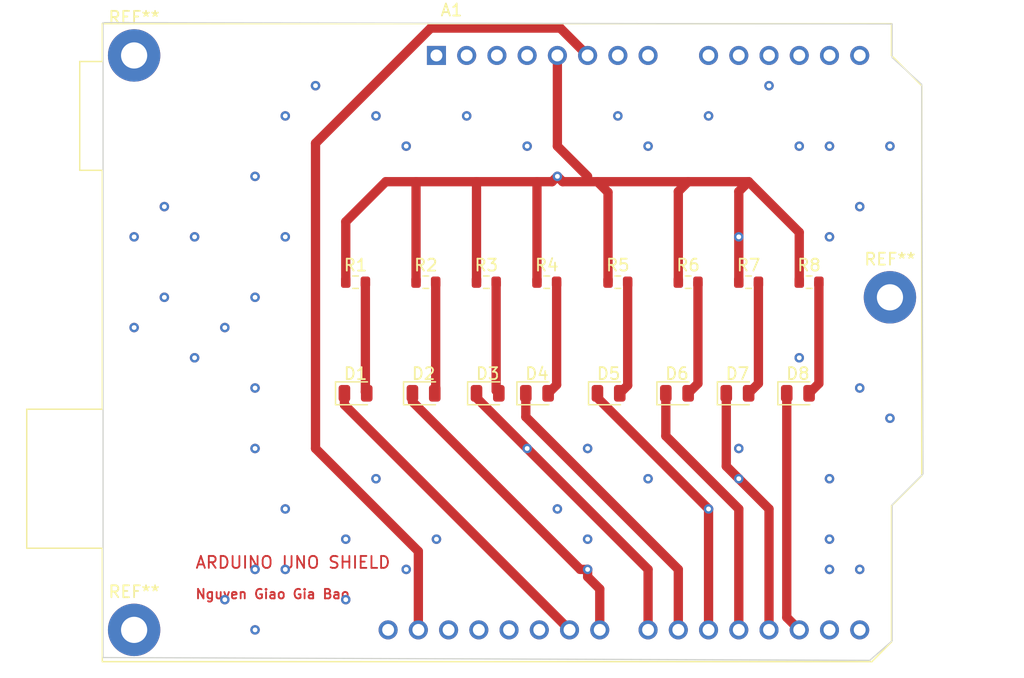
<source format=kicad_pcb>
(kicad_pcb (version 20221018) (generator pcbnew)
  (layers (0 "F.Cu" signal) (31 "B.Cu" signal) (34 "B.Paste" user) (35 "F.Paste" user) (36 "B.SilkS" user "B.Silkscreen") (37 "F.SilkS" user "F.Silkscreen") (38 "B.Mask" user) (39 "F.Mask" user) (44 "Edge.Cuts" user))
  (net 0 "")
  (net 5 "Net-(A1-+5V)")
  (net 6 "GND")
  (net 16 "Net-(A1-D2)")
  (net 17 "Net-(A1-D3)")
  (net 18 "Net-(A1-D4)")
  (net 19 "Net-(A1-D5)")
  (net 20 "Net-(A1-D6)")
  (net 21 "Net-(A1-D7)")
  (net 22 "Net-(A1-D8)")
  (net 23 "Net-(A1-D9)")
  (net 29 "Net-(D1-A)")
  (net 30 "Net-(D2-A)")
  (net 31 "Net-(D3-A)")
  (net 32 "Net-(D4-A)")
  (net 33 "Net-(D5-A)")
  (net 34 "Net-(D6-A)")
  (net 35 "Net-(D7-A)")
  (net 36 "Net-(D8-A)")
  (footprint "MountingHole:MountingHole_2.2mm_M2_Pad" (layer "F.Cu") (at 129.54 55.88)
    (fp_text reference "REF**" (at 0 -3.2) (layer "F.SilkS"))
    (fp_text value "MountingHole_2.2mm_M2_Pad")
    (pad "1" thru_hole circle (at 0 0) (size 4.4 4.4) (drill 2.2) (layers "*.Cu" "*.Mask"))
  )
  (footprint "Resistor_SMD:R_0603_1608Metric" (layer "F.Cu") (at 176.085 74.93)
    (fp_text reference "R6" (at 0 -1.43) (layer "F.SilkS"))
    (fp_text value "247")
    (fp_line (start -0.237258 -0.5225) (end 0.237258 -0.5225) (stroke (width 0.12)) (layer "F.SilkS"))
    (fp_line (start -0.237258 0.5225) (end 0.237258 0.5225) (stroke (width 0.12)) (layer "F.SilkS"))
    (pad "1" smd roundrect (at -0.825 0) (size 0.8 0.95) (layers "F.Cu" "F.Paste" "F.Mask") (net 5 "Net-(A1-+5V)"))
    (pad "2" smd roundrect (at 0.825 0) (size 0.8 0.95) (layers "F.Cu" "F.Paste" "F.Mask") (net 34 "Net-(D6-A)"))
  )
  (footprint "LED_SMD:LED_0805_2012Metric" (layer "F.Cu") (at 153.86 84.265)
    (fp_text reference "D2" (at 0 -1.65) (layer "F.SilkS"))
    (fp_text value "LED")
    (fp_line (start -1.685 -0.96) (end -1.685 0.96) (stroke (width 0.12)) (layer "F.SilkS"))
    (fp_line (start -1.685 0.96) (end 1 0.96) (stroke (width 0.12)) (layer "F.SilkS"))
    (fp_line (start 1 -0.96) (end -1.685 -0.96) (stroke (width 0.12)) (layer "F.SilkS"))
    (pad "1" smd roundrect (at -0.9375 0) (size 0.975 1.4) (layers "F.Cu" "F.Paste" "F.Mask") (net 22 "Net-(A1-D8)"))
    (pad "2" smd roundrect (at 0.9375 0) (size 0.975 1.4) (layers "F.Cu" "F.Paste" "F.Mask") (net 30 "Net-(D2-A)"))
  )
  (footprint "LED_SMD:LED_0805_2012Metric" (layer "F.Cu") (at 180.2275 84.265)
    (fp_text reference "D7" (at 0 -1.65) (layer "F.SilkS"))
    (fp_text value "LED")
    (fp_line (start -1.685 -0.96) (end -1.685 0.96) (stroke (width 0.12)) (layer "F.SilkS"))
    (fp_line (start -1.685 0.96) (end 1 0.96) (stroke (width 0.12)) (layer "F.SilkS"))
    (fp_line (start 1 -0.96) (end -1.685 -0.96) (stroke (width 0.12)) (layer "F.SilkS"))
    (pad "1" smd roundrect (at -0.9375 0) (size 0.975 1.4) (layers "F.Cu" "F.Paste" "F.Mask") (net 17 "Net-(A1-D3)"))
    (pad "2" smd roundrect (at 0.9375 0) (size 0.975 1.4) (layers "F.Cu" "F.Paste" "F.Mask") (net 35 "Net-(D7-A)"))
  )
  (footprint "MountingHole:MountingHole_2.2mm_M2_Pad" (layer "F.Cu") (at 193.04 76.2)
    (fp_text reference "REF**" (at 0 -3.2) (layer "F.SilkS"))
    (fp_text value "MountingHole_2.2mm_M2_Pad")
    (pad "1" thru_hole circle (at 0 0) (size 4.4 4.4) (drill 2.2) (layers "*.Cu" "*.Mask"))
  )
  (footprint "LED_SMD:LED_0805_2012Metric" (layer "F.Cu") (at 169.4025 84.265)
    (fp_text reference "D5" (at 0 -1.65) (layer "F.SilkS"))
    (fp_text value "LED")
    (fp_line (start -1.685 -0.96) (end -1.685 0.96) (stroke (width 0.12)) (layer "F.SilkS"))
    (fp_line (start -1.685 0.96) (end 1 0.96) (stroke (width 0.12)) (layer "F.SilkS"))
    (fp_line (start 1 -0.96) (end -1.685 -0.96) (stroke (width 0.12)) (layer "F.SilkS"))
    (pad "1" smd roundrect (at -0.9375 0) (size 0.975 1.4) (layers "F.Cu" "F.Paste" "F.Mask") (net 19 "Net-(A1-D5)"))
    (pad "2" smd roundrect (at 0.9375 0) (size 0.975 1.4) (layers "F.Cu" "F.Paste" "F.Mask") (net 33 "Net-(D5-A)"))
  )
  (footprint "Resistor_SMD:R_0603_1608Metric" (layer "F.Cu") (at 164.21 74.93)
    (fp_text reference "R4" (at 0 -1.43) (layer "F.SilkS"))
    (fp_text value "247")
    (fp_line (start -0.237258 -0.5225) (end 0.237258 -0.5225) (stroke (width 0.12)) (layer "F.SilkS"))
    (fp_line (start -0.237258 0.5225) (end 0.237258 0.5225) (stroke (width 0.12)) (layer "F.SilkS"))
    (pad "1" smd roundrect (at -0.825 0) (size 0.8 0.95) (layers "F.Cu" "F.Paste" "F.Mask") (net 5 "Net-(A1-+5V)"))
    (pad "2" smd roundrect (at 0.825 0) (size 0.8 0.95) (layers "F.Cu" "F.Paste" "F.Mask") (net 32 "Net-(D4-A)"))
  )
  (footprint "Resistor_SMD:R_0603_1608Metric" (layer "F.Cu") (at 154.05 74.93)
    (fp_text reference "R2" (at 0 -1.43) (layer "F.SilkS"))
    (fp_text value "247")
    (fp_line (start -0.237258 -0.5225) (end 0.237258 -0.5225) (stroke (width 0.12)) (layer "F.SilkS"))
    (fp_line (start -0.237258 0.5225) (end 0.237258 0.5225) (stroke (width 0.12)) (layer "F.SilkS"))
    (pad "1" smd roundrect (at -0.825 0) (size 0.8 0.95) (layers "F.Cu" "F.Paste" "F.Mask") (net 5 "Net-(A1-+5V)"))
    (pad "2" smd roundrect (at 0.825 0) (size 0.8 0.95) (layers "F.Cu" "F.Paste" "F.Mask") (net 30 "Net-(D2-A)"))
  )
  (footprint "Resistor_SMD:R_0603_1608Metric" (layer "F.Cu") (at 186.245 74.93)
    (fp_text reference "R8" (at 0 -1.43) (layer "F.SilkS"))
    (fp_text value "247")
    (fp_line (start -0.237258 -0.5225) (end 0.237258 -0.5225) (stroke (width 0.12)) (layer "F.SilkS"))
    (fp_line (start -0.237258 0.5225) (end 0.237258 0.5225) (stroke (width 0.12)) (layer "F.SilkS"))
    (pad "1" smd roundrect (at -0.825 0) (size 0.8 0.95) (layers "F.Cu" "F.Paste" "F.Mask") (net 5 "Net-(A1-+5V)"))
    (pad "2" smd roundrect (at 0.825 0) (size 0.8 0.95) (layers "F.Cu" "F.Paste" "F.Mask") (net 36 "Net-(D8-A)"))
  )
  (footprint "Resistor_SMD:R_0603_1608Metric" (layer "F.Cu") (at 159.13 74.93)
    (fp_text reference "R3" (at 0 -1.43) (layer "F.SilkS"))
    (fp_text value "247")
    (fp_line (start -0.237258 -0.5225) (end 0.237258 -0.5225) (stroke (width 0.12)) (layer "F.SilkS"))
    (fp_line (start -0.237258 0.5225) (end 0.237258 0.5225) (stroke (width 0.12)) (layer "F.SilkS"))
    (pad "1" smd roundrect (at -0.825 0) (size 0.8 0.95) (layers "F.Cu" "F.Paste" "F.Mask") (net 5 "Net-(A1-+5V)"))
    (pad "2" smd roundrect (at 0.825 0) (size 0.8 0.95) (layers "F.Cu" "F.Paste" "F.Mask") (net 31 "Net-(D3-A)"))
  )
  (footprint "LED_SMD:LED_0805_2012Metric" (layer "F.Cu") (at 163.385 84.265)
    (fp_text reference "D4" (at 0 -1.65) (layer "F.SilkS"))
    (fp_text value "LED")
    (fp_line (start -1.685 -0.96) (end -1.685 0.96) (stroke (width 0.12)) (layer "F.SilkS"))
    (fp_line (start -1.685 0.96) (end 1 0.96) (stroke (width 0.12)) (layer "F.SilkS"))
    (fp_line (start 1 -0.96) (end -1.685 -0.96) (stroke (width 0.12)) (layer "F.SilkS"))
    (pad "1" smd roundrect (at -0.9375 0) (size 0.975 1.4) (layers "F.Cu" "F.Paste" "F.Mask") (net 20 "Net-(A1-D6)"))
    (pad "2" smd roundrect (at 0.9375 0) (size 0.975 1.4) (layers "F.Cu" "F.Paste" "F.Mask") (net 32 "Net-(D4-A)"))
  )
  (footprint "LED_SMD:LED_0805_2012Metric" (layer "F.Cu") (at 175.1475 84.265)
    (fp_text reference "D6" (at 0 -1.65) (layer "F.SilkS"))
    (fp_text value "LED")
    (fp_line (start -1.685 -0.96) (end -1.685 0.96) (stroke (width 0.12)) (layer "F.SilkS"))
    (fp_line (start -1.685 0.96) (end 1 0.96) (stroke (width 0.12)) (layer "F.SilkS"))
    (fp_line (start 1 -0.96) (end -1.685 -0.96) (stroke (width 0.12)) (layer "F.SilkS"))
    (pad "1" smd roundrect (at -0.9375 0) (size 0.975 1.4) (layers "F.Cu" "F.Paste" "F.Mask") (net 18 "Net-(A1-D4)"))
    (pad "2" smd roundrect (at 0.9375 0) (size 0.975 1.4) (layers "F.Cu" "F.Paste" "F.Mask") (net 34 "Net-(D6-A)"))
  )
  (footprint "Resistor_SMD:R_0603_1608Metric" (layer "F.Cu") (at 181.165 74.93)
    (fp_text reference "R7" (at 0 -1.43) (layer "F.SilkS"))
    (fp_text value "247")
    (fp_line (start -0.237258 -0.5225) (end 0.237258 -0.5225) (stroke (width 0.12)) (layer "F.SilkS"))
    (fp_line (start -0.237258 0.5225) (end 0.237258 0.5225) (stroke (width 0.12)) (layer "F.SilkS"))
    (pad "1" smd roundrect (at -0.825 0) (size 0.8 0.95) (layers "F.Cu" "F.Paste" "F.Mask") (net 5 "Net-(A1-+5V)"))
    (pad "2" smd roundrect (at 0.825 0) (size 0.8 0.95) (layers "F.Cu" "F.Paste" "F.Mask") (net 35 "Net-(D7-A)"))
  )
  (footprint "Resistor_SMD:R_0603_1608Metric" (layer "F.Cu") (at 170.18 74.93)
    (fp_text reference "R5" (at 0 -1.43) (layer "F.SilkS"))
    (fp_text value "247")
    (fp_line (start -0.237258 -0.5225) (end 0.237258 -0.5225) (stroke (width 0.12)) (layer "F.SilkS"))
    (fp_line (start -0.237258 0.5225) (end 0.237258 0.5225) (stroke (width 0.12)) (layer "F.SilkS"))
    (pad "1" smd roundrect (at -0.825 0) (size 0.8 0.95) (layers "F.Cu" "F.Paste" "F.Mask") (net 5 "Net-(A1-+5V)"))
    (pad "2" smd roundrect (at 0.825 0) (size 0.8 0.95) (layers "F.Cu" "F.Paste" "F.Mask") (net 33 "Net-(D5-A)"))
  )
  (footprint "LED_SMD:LED_0805_2012Metric" (layer "F.Cu") (at 185.3075 84.265)
    (fp_text reference "D8" (at 0 -1.65) (layer "F.SilkS"))
    (fp_text value "LED")
    (fp_line (start -1.685 -0.96) (end -1.685 0.96) (stroke (width 0.12)) (layer "F.SilkS"))
    (fp_line (start -1.685 0.96) (end 1 0.96) (stroke (width 0.12)) (layer "F.SilkS"))
    (fp_line (start 1 -0.96) (end -1.685 -0.96) (stroke (width 0.12)) (layer "F.SilkS"))
    (pad "1" smd roundrect (at -0.9375 0) (size 0.975 1.4) (layers "F.Cu" "F.Paste" "F.Mask") (net 16 "Net-(A1-D2)"))
    (pad "2" smd roundrect (at 0.9375 0) (size 0.975 1.4) (layers "F.Cu" "F.Paste" "F.Mask") (net 36 "Net-(D8-A)"))
  )
  (footprint "MountingHole:MountingHole_2.2mm_M2_Pad" (layer "F.Cu") (at 129.54 104.14)
    (fp_text reference "REF**" (at 0 -3.2) (layer "F.SilkS"))
    (fp_text value "MountingHole_2.2mm_M2_Pad")
    (pad "1" thru_hole circle (at 0 0) (size 4.4 4.4) (drill 2.2) (layers "*.Cu" "*.Mask"))
  )
  (footprint "Resistor_SMD:R_0603_1608Metric" (layer "F.Cu") (at 148.145 74.93)
    (fp_text reference "R1" (at 0 -1.43) (layer "F.SilkS"))
    (fp_text value "247")
    (fp_line (start -0.237258 -0.5225) (end 0.237258 -0.5225) (stroke (width 0.12)) (layer "F.SilkS"))
    (fp_line (start -0.237258 0.5225) (end 0.237258 0.5225) (stroke (width 0.12)) (layer "F.SilkS"))
    (pad "1" smd roundrect (at -0.825 0) (size 0.8 0.95) (layers "F.Cu" "F.Paste" "F.Mask") (net 5 "Net-(A1-+5V)"))
    (pad "2" smd roundrect (at 0.825 0) (size 0.8 0.95) (layers "F.Cu" "F.Paste" "F.Mask") (net 29 "Net-(D1-A)"))
  )
  (footprint "LED_SMD:LED_0805_2012Metric" (layer "F.Cu") (at 159.2425 84.265)
    (fp_text reference "D3" (at 0 -1.65) (layer "F.SilkS"))
    (fp_text value "LED")
    (fp_line (start -1.685 -0.96) (end -1.685 0.96) (stroke (width 0.12)) (layer "F.SilkS"))
    (fp_line (start -1.685 0.96) (end 1 0.96) (stroke (width 0.12)) (layer "F.SilkS"))
    (fp_line (start 1 -0.96) (end -1.685 -0.96) (stroke (width 0.12)) (layer "F.SilkS"))
    (pad "1" smd roundrect (at -0.9375 0) (size 0.975 1.4) (layers "F.Cu" "F.Paste" "F.Mask") (net 21 "Net-(A1-D7)"))
    (pad "2" smd roundrect (at 0.9375 0) (size 0.975 1.4) (layers "F.Cu" "F.Paste" "F.Mask") (net 31 "Net-(D3-A)"))
  )
  (footprint "LED_SMD:LED_0805_2012Metric" (layer "F.Cu") (at 148.145 84.265)
    (fp_text reference "D1" (at 0 -1.65) (layer "F.SilkS"))
    (fp_text value "LED")
    (fp_line (start -1.685 -0.96) (end -1.685 0.96) (stroke (width 0.12)) (layer "F.SilkS"))
    (fp_line (start -1.685 0.96) (end 1 0.96) (stroke (width 0.12)) (layer "F.SilkS"))
    (fp_line (start 1 -0.96) (end -1.685 -0.96) (stroke (width 0.12)) (layer "F.SilkS"))
    (pad "1" smd roundrect (at -0.9375 0) (size 0.975 1.4) (layers "F.Cu" "F.Paste" "F.Mask") (net 23 "Net-(A1-D9)"))
    (pad "2" smd roundrect (at 0.9375 0) (size 0.975 1.4) (layers "F.Cu" "F.Paste" "F.Mask") (net 29 "Net-(D1-A)"))
  )
  (footprint "Module:Arduino_UNO_R2" (layer "F.Cu") (at 154.94 55.88)
    (fp_text reference "A1" (at 1.27 -3.81 180) (layer "F.SilkS"))
    (fp_text value "Arduino_UNO_R2")
    (fp_line (start -34.42 29.72) (end -34.42 41.4) (stroke (width 0.12)) (layer "F.SilkS"))
    (fp_line (start -34.42 41.4) (end -28.07 41.4) (stroke (width 0.12)) (layer "F.SilkS"))
    (fp_line (start -29.97 0.51) (end -29.97 9.65) (stroke (width 0.12)) (layer "F.SilkS"))
    (fp_line (start -29.97 9.65) (end -28.07 9.65) (stroke (width 0.12)) (layer "F.SilkS"))
    (fp_line (start -28.07 -2.67) (end -28.07 0.51) (stroke (width 0.12)) (layer "F.SilkS"))
    (fp_line (start -28.07 0.51) (end -29.97 0.51) (stroke (width 0.12)) (layer "F.SilkS"))
    (fp_line (start -28.07 9.65) (end -28.07 29.72) (stroke (width 0.12)) (layer "F.SilkS"))
    (fp_line (start -28.07 29.72) (end -34.42 29.72) (stroke (width 0.12)) (layer "F.SilkS"))
    (fp_line (start -28.07 41.4) (end -28.07 50.93) (stroke (width 0.12)) (layer "F.SilkS"))
    (fp_line (start -28.07 50.93) (end 36.58 50.93) (stroke (width 0.12)) (layer "F.SilkS"))
    (fp_line (start 36.58 50.93) (end 38.23 49.28) (stroke (width 0.12)) (layer "F.SilkS"))
    (fp_line (start 38.23 -2.67) (end -28.07 -2.67) (stroke (width 0.12)) (layer "F.SilkS"))
    (fp_line (start 38.23 0) (end 38.23 -2.67) (stroke (width 0.12)) (layer "F.SilkS"))
    (fp_line (start 38.23 37.85) (end 40.77 35.31) (stroke (width 0.12)) (layer "F.SilkS"))
    (fp_line (start 38.23 49.28) (end 38.23 37.85) (stroke (width 0.12)) (layer "F.SilkS"))
    (fp_line (start 40.77 2.54) (end 38.23 0) (stroke (width 0.12)) (layer "F.SilkS"))
    (fp_line (start 40.77 35.31) (end 40.77 2.54) (stroke (width 0.12)) (layer "F.SilkS"))
    (pad "1" thru_hole rect (at 0 0 90) (size 1.6 1.6) (drill 1) (layers "*.Cu" "*.Mask"))
    (pad "2" thru_hole oval (at 2.54 0 90) (size 1.6 1.6) (drill 1) (layers "*.Cu" "*.Mask"))
    (pad "3" thru_hole oval (at 5.08 0 90) (size 1.6 1.6) (drill 1) (layers "*.Cu" "*.Mask"))
    (pad "4" thru_hole oval (at 7.62 0 90) (size 1.6 1.6) (drill 1) (layers "*.Cu" "*.Mask"))
    (pad "5" thru_hole oval (at 10.16 0 90) (size 1.6 1.6) (drill 1) (layers "*.Cu" "*.Mask") (net 5 "Net-(A1-+5V)"))
    (pad "6" thru_hole oval (at 12.7 0 90) (size 1.6 1.6) (drill 1) (layers "*.Cu" "*.Mask") (net 6 "GND"))
    (pad "7" thru_hole oval (at 15.24 0 90) (size 1.6 1.6) (drill 1) (layers "*.Cu" "*.Mask") (net 6 "GND"))
    (pad "8" thru_hole oval (at 17.78 0 90) (size 1.6 1.6) (drill 1) (layers "*.Cu" "*.Mask"))
    (pad "9" thru_hole oval (at 22.86 0 90) (size 1.6 1.6) (drill 1) (layers "*.Cu" "*.Mask"))
    (pad "10" thru_hole oval (at 25.4 0 90) (size 1.6 1.6) (drill 1) (layers "*.Cu" "*.Mask"))
    (pad "11" thru_hole oval (at 27.94 0 90) (size 1.6 1.6) (drill 1) (layers "*.Cu" "*.Mask"))
    (pad "12" thru_hole oval (at 30.48 0 90) (size 1.6 1.6) (drill 1) (layers "*.Cu" "*.Mask"))
    (pad "13" thru_hole oval (at 33.02 0 90) (size 1.6 1.6) (drill 1) (layers "*.Cu" "*.Mask"))
    (pad "14" thru_hole oval (at 35.56 0 90) (size 1.6 1.6) (drill 1) (layers "*.Cu" "*.Mask"))
    (pad "15" thru_hole oval (at 35.56 48.26 90) (size 1.6 1.6) (drill 1) (layers "*.Cu" "*.Mask"))
    (pad "16" thru_hole oval (at 33.02 48.26 90) (size 1.6 1.6) (drill 1) (layers "*.Cu" "*.Mask"))
    (pad "17" thru_hole oval (at 30.48 48.26 90) (size 1.6 1.6) (drill 1) (layers "*.Cu" "*.Mask") (net 16 "Net-(A1-D2)"))
    (pad "18" thru_hole oval (at 27.94 48.26 90) (size 1.6 1.6) (drill 1) (layers "*.Cu" "*.Mask") (net 17 "Net-(A1-D3)"))
    (pad "19" thru_hole oval (at 25.4 48.26 90) (size 1.6 1.6) (drill 1) (layers "*.Cu" "*.Mask") (net 18 "Net-(A1-D4)"))
    (pad "20" thru_hole oval (at 22.86 48.26 90) (size 1.6 1.6) (drill 1) (layers "*.Cu" "*.Mask") (net 19 "Net-(A1-D5)"))
    (pad "21" thru_hole oval (at 20.32 48.26 90) (size 1.6 1.6) (drill 1) (layers "*.Cu" "*.Mask") (net 20 "Net-(A1-D6)"))
    (pad "22" thru_hole oval (at 17.78 48.26 90) (size 1.6 1.6) (drill 1) (layers "*.Cu" "*.Mask") (net 21 "Net-(A1-D7)"))
    (pad "23" thru_hole oval (at 13.72 48.26 90) (size 1.6 1.6) (drill 1) (layers "*.Cu" "*.Mask") (net 22 "Net-(A1-D8)"))
    (pad "24" thru_hole oval (at 11.18 48.26 90) (size 1.6 1.6) (drill 1) (layers "*.Cu" "*.Mask") (net 23 "Net-(A1-D9)"))
    (pad "25" thru_hole oval (at 8.64 48.26 90) (size 1.6 1.6) (drill 1) (layers "*.Cu" "*.Mask"))
    (pad "26" thru_hole oval (at 6.1 48.26 90) (size 1.6 1.6) (drill 1) (layers "*.Cu" "*.Mask"))
    (pad "27" thru_hole oval (at 3.56 48.26 90) (size 1.6 1.6) (drill 1) (layers "*.Cu" "*.Mask"))
    (pad "28" thru_hole oval (at 1.02 48.26 90) (size 1.6 1.6) (drill 1) (layers "*.Cu" "*.Mask"))
    (pad "29" thru_hole oval (at -1.52 48.26 90) (size 1.6 1.6) (drill 1) (layers "*.Cu" "*.Mask") (net 6 "GND"))
    (pad "30" thru_hole oval (at -4.06 48.26 90) (size 1.6 1.6) (drill 1) (layers "*.Cu" "*.Mask"))
  )
  (gr_line (start 193.226662 93.627609) (end 193.226662 105.049759) (stroke (width 0.1)) (layer "Edge.Cuts"))
  (gr_line (start 126.931092 53.120192) (end 193.226662 53.237946) (stroke (width 0.1)) (layer "Edge.Cuts"))
  (gr_line (start 193.226662 56.064045) (end 195.699498 58.301373) (stroke (width 0.1)) (layer "Edge.Cuts"))
  (gr_line (start 193.226662 53.237946) (end 193.226662 56.064045) (stroke (width 0.1)) (layer "Edge.Cuts"))
  (gr_line (start 191.342596 106.698317) (end 126.931092 106.462809) (stroke (width 0.1)) (layer "Edge.Cuts"))
  (gr_line (start 195.699498 58.301373) (end 195.817252 91.037019) (stroke (width 0.1)) (layer "Edge.Cuts"))
  (gr_line (start 193.226662 105.049759) (end 191.342596 106.698317) (stroke (width 0.1)) (layer "Edge.Cuts"))
  (gr_line (start 126.931092 106.462809) (end 126.931092 53.120192) (stroke (width 0.1)) (layer "Edge.Cuts"))
  (gr_line (start 195.817252 91.037019) (end 193.226662 93.627609) (stroke (width 0.1)) (layer "Edge.Cuts"))
  (gr_text "Nguyen Giao Gia Bao" (at 134.62 101.6) (layer "F.Cu") (effects (font (size 0.8 0.8)) (justify left bottom)))
  (gr_text "ARDUINO UNO SHIELD" (at 134.62 99.06) (layer "F.Cu") (effects (font (size 1 1)) (justify left bottom)))
  (via (at 134.62 81.28) (size 0.8) (drill 0.4) (layers "F.Cu" "B.Cu") (net 0))
  (via (at 142.24 60.96) (size 0.8) (drill 0.4) (layers "F.Cu" "B.Cu") (net 0))
  (via (at 139.7 99.06) (size 0.8) (drill 0.4) (layers "F.Cu" "B.Cu") (net 0))
  (via (at 147.32 101.6) (size 0.8) (drill 0.4) (layers "F.Cu" "B.Cu") (net 0))
  (via (at 142.24 99.06) (size 0.8) (drill 0.4) (layers "F.Cu" "B.Cu") (net 0))
  (via (at 187.96 91.44) (size 0.8) (drill 0.4) (layers "F.Cu" "B.Cu") (net 0))
  (via (at 157.48 60.96) (size 0.8) (drill 0.4) (layers "F.Cu" "B.Cu") (net 0))
  (via (at 142.24 71.12) (size 0.8) (drill 0.4) (layers "F.Cu" "B.Cu") (net 0))
  (via (at 152.4 63.5) (size 0.8) (drill 0.4) (layers "F.Cu" "B.Cu") (net 0))
  (via (at 137.16 78.74) (size 0.8) (drill 0.4) (layers "F.Cu" "B.Cu") (net 0))
  (via (at 134.62 71.12) (size 0.8) (drill 0.4) (layers "F.Cu" "B.Cu") (net 0))
  (via (at 139.7 104.14) (size 0.8) (drill 0.4) (layers "F.Cu" "B.Cu") (net 0))
  (via (at 149.86 91.44) (size 0.8) (drill 0.4) (layers "F.Cu" "B.Cu") (net 0))
  (via (at 129.54 71.12) (size 0.8) (drill 0.4) (layers "F.Cu" "B.Cu") (net 0))
  (via (at 185.42 81.28) (size 0.8) (drill 0.4) (layers "F.Cu" "B.Cu") (net 0))
  (via (at 190.5 83.82) (size 0.8) (drill 0.4) (layers "F.Cu" "B.Cu") (net 0))
  (via (at 132.08 76.2) (size 0.8) (drill 0.4) (layers "F.Cu" "B.Cu") (net 0))
  (via (at 187.96 71.12) (size 0.8) (drill 0.4) (layers "F.Cu" "B.Cu") (net 0))
  (via (at 193.04 86.36) (size 0.8) (drill 0.4) (layers "F.Cu" "B.Cu") (net 0))
  (via (at 185.42 63.5) (size 0.8) (drill 0.4) (layers "F.Cu" "B.Cu") (net 0))
  (via (at 147.32 96.52) (size 0.8) (drill 0.4) (layers "F.Cu" "B.Cu") (net 0))
  (via (at 190.5 99.06) (size 0.8) (drill 0.4) (layers "F.Cu" "B.Cu") (net 0))
  (via (at 132.08 68.58) (size 0.8) (drill 0.4) (layers "F.Cu" "B.Cu") (net 0))
  (via (at 152.4 99.06) (size 0.8) (drill 0.4) (layers "F.Cu" "B.Cu") (net 0))
  (via (at 162.56 63.5) (size 0.8) (drill 0.4) (layers "F.Cu" "B.Cu") (net 0))
  (via (at 172.72 63.5) (size 0.8) (drill 0.4) (layers "F.Cu" "B.Cu") (net 0))
  (via (at 193.04 63.5) (size 0.8) (drill 0.4) (layers "F.Cu" "B.Cu") (net 0))
  (via (at 129.54 78.74) (size 0.8) (drill 0.4) (layers "F.Cu" "B.Cu") (net 0))
  (via (at 154.94 96.52) (size 0.8) (drill 0.4) (layers "F.Cu" "B.Cu") (net 0))
  (via (at 187.96 99.06) (size 0.8) (drill 0.4) (layers "F.Cu" "B.Cu") (net 0))
  (via (at 172.72 91.44) (size 0.8) (drill 0.4) (layers "F.Cu" "B.Cu") (net 0))
  (via (at 139.7 83.82) (size 0.8) (drill 0.4) (layers "F.Cu" "B.Cu") (net 0))
  (via (at 149.86 60.96) (size 0.8) (drill 0.4) (layers "F.Cu" "B.Cu") (net 0))
  (via (at 139.7 76.2) (size 0.8) (drill 0.4) (layers "F.Cu" "B.Cu") (net 0))
  (via (at 182.88 58.42) (size 0.8) (drill 0.4) (layers "F.Cu" "B.Cu") (net 0))
  (via (at 167.64 96.52) (size 0.8) (drill 0.4) (layers "F.Cu" "B.Cu") (net 0))
  (via (at 142.24 93.98) (size 0.8) (drill 0.4) (layers "F.Cu" "B.Cu") (net 0))
  (via (at 144.78 58.42) (size 0.8) (drill 0.4) (layers "F.Cu" "B.Cu") (net 0))
  (via (at 180.34 88.9) (size 0.8) (drill 0.4) (layers "F.Cu" "B.Cu") (net 0))
  (via (at 165.1 93.98) (size 0.8) (drill 0.4) (layers "F.Cu" "B.Cu") (net 0))
  (via (at 139.7 88.9) (size 0.8) (drill 0.4) (layers "F.Cu" "B.Cu") (net 0))
  (via (at 137.16 101.6) (size 0.8) (drill 0.4) (layers "F.Cu" "B.Cu") (net 0))
  (via (at 139.7 66.04) (size 0.8) (drill 0.4) (layers "F.Cu" "B.Cu") (net 0))
  (via (at 177.8 60.96) (size 0.8) (drill 0.4) (layers "F.Cu" "B.Cu") (net 0))
  (via (at 167.64 88.9) (size 0.8) (drill 0.4) (layers "F.Cu" "B.Cu") (net 0))
  (via (at 170.18 60.96) (size 0.8) (drill 0.4) (layers "F.Cu" "B.Cu") (net 0))
  (via (at 187.96 96.52) (size 0.8) (drill 0.4) (layers "F.Cu" "B.Cu") (net 0))
  (via (at 187.96 63.5) (size 0.8) (drill 0.4) (layers "F.Cu" "B.Cu") (net 0))
  (via (at 190.5 68.58) (size 0.8) (drill 0.4) (layers "F.Cu" "B.Cu") (net 0))
  (segment (start 158.305 74.93) (end 158.305 66.485) (width 0.78) (layer "F.Cu") (net 5))
  (segment (start 167.64 66.04) (end 165.1 63.5) (width 0.78) (layer "F.Cu") (net 5))
  (segment (start 150.685 66.485) (end 153.225 66.485) (width 0.78) (layer "F.Cu") (net 5))
  (segment (start 153.225 74.93) (end 153.225 66.485) (width 0.78) (layer "F.Cu") (net 5))
  (segment (start 180.34 74.93) (end 180.34 71.12) (width 0.78) (layer "F.Cu") (net 5))
  (segment (start 181.165 66.485) (end 185.42 70.74) (width 0.78) (layer "F.Cu") (net 5))
  (segment (start 165.1 63.5) (end 165.1 55.88) (width 0.78) (layer "F.Cu") (net 5))
  (segment (start 180.34 71.12) (end 180.34 67.31) (width 0.78) (layer "F.Cu") (net 5))
  (segment (start 180.34 67.31) (end 181.165 66.485) (width 0.78) (layer "F.Cu") (net 5))
  (segment (start 168.465 66.485) (end 176.085 66.485) (width 0.78) (layer "F.Cu") (net 5))
  (segment (start 158.305 66.485) (end 163.385 66.485) (width 0.78) (layer "F.Cu") (net 5))
  (segment (start 176.085 66.485) (end 181.165 66.485) (width 0.78) (layer "F.Cu") (net 5))
  (segment (start 153.225 66.485) (end 158.305 66.485) (width 0.78) (layer "F.Cu") (net 5))
  (segment (start 165.545 66.485) (end 168.465 66.485) (width 0.78) (layer "F.Cu") (net 5))
  (segment (start 163.385 66.485) (end 164.655 66.485) (width 0.78) (layer "F.Cu") (net 5))
  (segment (start 147.32 69.85) (end 150.685 66.485) (width 0.78) (layer "F.Cu") (net 5))
  (segment (start 175.26 74.93) (end 175.26 67.31) (width 0.78) (layer "F.Cu") (net 5))
  (segment (start 164.655 66.485) (end 165.1 66.04) (width 0.78) (layer "F.Cu") (net 5))
  (segment (start 147.32 74.93) (end 147.32 69.85) (width 0.78) (layer "F.Cu") (net 5))
  (segment (start 185.42 70.74) (end 185.42 74.93) (width 0.78) (layer "F.Cu") (net 5))
  (segment (start 169.355 67.375) (end 168.465 66.485) (width 0.78) (layer "F.Cu") (net 5))
  (segment (start 169.355 74.93) (end 169.355 67.375) (width 0.78) (layer "F.Cu") (net 5))
  (segment (start 175.26 67.31) (end 176.085 66.485) (width 0.78) (layer "F.Cu") (net 5))
  (segment (start 165.1 66.04) (end 165.545 66.485) (width 0.78) (layer "F.Cu") (net 5))
  (segment (start 163.385 74.93) (end 163.385 66.485) (width 0.78) (layer "F.Cu") (net 5))
  (via (at 180.34 71.12) (size 0.8) (drill 0.4) (layers "F.Cu" "B.Cu") (net 5))
  (via (at 165.1 66.04) (size 0.8) (drill 0.4) (layers "F.Cu" "B.Cu") (net 5))
  (segment (start 154.457501 53.582499) (end 165.342499 53.582499) (width 0.78) (layer "F.Cu") (net 6))
  (segment (start 144.78 63.26) (end 154.457501 53.582499) (width 0.78) (layer "F.Cu") (net 6))
  (segment (start 144.78 88.9) (end 144.78 63.26) (width 0.78) (layer "F.Cu") (net 6))
  (segment (start 153.42 97.54) (end 144.78 88.9) (width 0.78) (layer "F.Cu") (net 6))
  (segment (start 153.42 104.14) (end 153.42 97.54) (width 0.78) (layer "F.Cu") (net 6))
  (segment (start 165.342499 53.582499) (end 167.64 55.88) (width 0.78) (layer "F.Cu") (net 6))
  (segment (start 184.37 103.09) (end 185.42 104.14) (width 0.78) (layer "F.Cu") (net 16))
  (segment (start 184.37 84.265) (end 184.37 103.09) (width 0.78) (layer "F.Cu") (net 16))
  (segment (start 182.88 93.98) (end 182.88 104.14) (width 0.78) (layer "F.Cu") (net 17))
  (segment (start 179.29 90.39) (end 180.34 91.44) (width 0.78) (layer "F.Cu") (net 17))
  (segment (start 180.34 91.44) (end 182.88 93.98) (width 0.78) (layer "F.Cu") (net 17))
  (segment (start 179.29 84.265) (end 179.29 90.39) (width 0.78) (layer "F.Cu") (net 17))
  (via (at 180.34 91.44) (size 0.8) (drill 0.4) (layers "F.Cu" "B.Cu") (net 17))
  (segment (start 180.34 93.98) (end 180.34 104.14) (width 0.78) (layer "F.Cu") (net 18))
  (segment (start 174.21 84.265) (end 174.21 87.85) (width 0.78) (layer "F.Cu") (net 18))
  (segment (start 174.21 87.85) (end 180.34 93.98) (width 0.78) (layer "F.Cu") (net 18))
  (segment (start 168.465 84.645) (end 177.8 93.98) (width 0.78) (layer "F.Cu") (net 19))
  (segment (start 177.8 93.98) (end 177.8 104.14) (width 0.78) (layer "F.Cu") (net 19))
  (segment (start 168.465 84.265) (end 168.465 84.645) (width 0.78) (layer "F.Cu") (net 19))
  (via (at 177.8 93.98) (size 0.8) (drill 0.4) (layers "F.Cu" "B.Cu") (net 19))
  (segment (start 162.4475 84.265) (end 162.4475 86.2475) (width 0.78) (layer "F.Cu") (net 20))
  (segment (start 162.4475 86.2475) (end 175.26 99.06) (width 0.78) (layer "F.Cu") (net 20))
  (segment (start 175.26 99.06) (end 175.26 104.14) (width 0.78) (layer "F.Cu") (net 20))
  (segment (start 162.56 88.9) (end 172.72 99.06) (width 0.78) (layer "F.Cu") (net 21))
  (segment (start 172.72 99.06) (end 172.72 104.14) (width 0.78) (layer "F.Cu") (net 21))
  (segment (start 158.305 84.645) (end 162.56 88.9) (width 0.78) (layer "F.Cu") (net 21))
  (segment (start 158.305 84.265) (end 158.305 84.645) (width 0.78) (layer "F.Cu") (net 21))
  (via (at 162.56 88.9) (size 0.8) (drill 0.4) (layers "F.Cu" "B.Cu") (net 21))
  (segment (start 167.017501 99.06) (end 167.64 99.06) (width 0.78) (layer "F.Cu") (net 22))
  (segment (start 168.66 100.702499) (end 168.66 104.14) (width 0.78) (layer "F.Cu") (net 22))
  (segment (start 152.9225 84.265) (end 152.9225 84.964999) (width 0.78) (layer "F.Cu") (net 22))
  (segment (start 152.9225 84.964999) (end 167.017501 99.06) (width 0.78) (layer "F.Cu") (net 22))
  (segment (start 167.64 99.682499) (end 168.66 100.702499) (width 0.78) (layer "F.Cu") (net 22))
  (segment (start 167.64 99.06) (end 167.64 99.682499) (width 0.78) (layer "F.Cu") (net 22))
  (via (at 167.64 99.06) (size 0.8) (drill 0.4) (layers "F.Cu" "B.Cu") (net 22))
  (segment (start 147.2075 84.265) (end 147.2075 85.2275) (width 0.78) (layer "F.Cu") (net 23))
  (segment (start 147.2075 85.2275) (end 166.12 104.14) (width 0.78) (layer "F.Cu") (net 23))
  (segment (start 148.97 74.93) (end 148.97 84.1525) (width 0.78) (layer "F.Cu") (net 29))
  (segment (start 148.97 84.1525) (end 149.0825 84.265) (width 0.78) (layer "F.Cu") (net 29))
  (segment (start 154.875 74.93) (end 154.875 84.1875) (width 0.78) (layer "F.Cu") (net 30))
  (segment (start 154.875 84.1875) (end 154.7975 84.265) (width 0.78) (layer "F.Cu") (net 30))
  (segment (start 159.955 84.04) (end 160.18 84.265) (width 0.78) (layer "F.Cu") (net 31))
  (segment (start 159.955 74.93) (end 159.955 84.04) (width 0.78) (layer "F.Cu") (net 31))
  (segment (start 165.035 83.5525) (end 164.3225 84.265) (width 0.78) (layer "F.Cu") (net 32))
  (segment (start 165.035 74.93) (end 165.035 83.5525) (width 0.78) (layer "F.Cu") (net 32))
  (segment (start 171.005 74.93) (end 171.005 83.6) (width 0.78) (layer "F.Cu") (net 33))
  (segment (start 171.005 83.6) (end 170.34 84.265) (width 0.78) (layer "F.Cu") (net 33))
  (segment (start 176.91 74.93) (end 176.91 83.44) (width 0.78) (layer "F.Cu") (net 34))
  (segment (start 176.91 83.44) (end 176.085 84.265) (width 0.78) (layer "F.Cu") (net 34))
  (segment (start 181.99 74.93) (end 181.99 83.44) (width 0.78) (layer "F.Cu") (net 35))
  (segment (start 181.99 83.44) (end 181.165 84.265) (width 0.78) (layer "F.Cu") (net 35))
  (segment (start 187.07 74.93) (end 187.07 83.44) (width 0.78) (layer "F.Cu") (net 36))
  (segment (start 187.07 83.44) (end 186.245 84.265) (width 0.78) (layer "F.Cu") (net 36))
)
</source>
